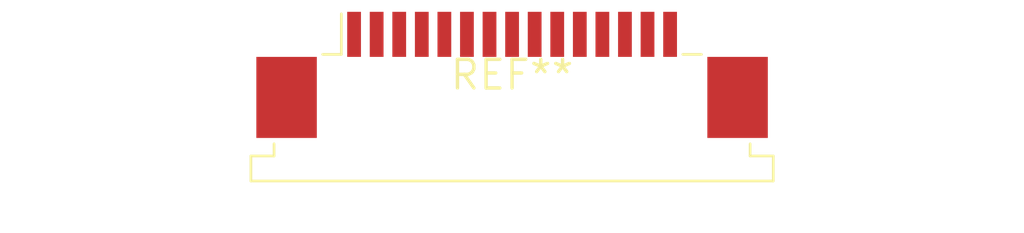
<source format=kicad_pcb>
(kicad_pcb (version 20240108) (generator pcbnew)
  (layers (0 "F.Cu" signal) (31 "B.Cu" signal) (34 "B.Paste" user) (35 "F.Paste" user) (36 "B.SilkS" user "B.Silkscreen") (37 "F.SilkS" user "F.Silkscreen") (38 "B.Mask" user) (39 "F.Mask" user) (44 "Edge.Cuts" user))
  (net 0 "")
  (footprint "TE_1-84952-5_1x15-1MP_P1.0mm_Horizontal" (layer "F.Cu") (at 0 0)
    (property "Reference" "REF**")
    (property "Value" "TE_1-84952-5_1x15-1MP_P1.0mm_Horizontal")
    (fp_line (start -11.57 3.6) (end -10.545 3.6) (layer "F.SilkS") (stroke (width 0.12)))
    (fp_line (start -11.57 4.71) (end -11.57 3.6) (layer "F.SilkS") (stroke (width 0.12)))
    (fp_line (start -10.545 3.6) (end -10.545 3.06) (layer "F.SilkS") (stroke (width 0.12)))
    (fp_line (start -8.39 -0.91) (end -7.565 -0.91) (layer "F.SilkS") (stroke (width 0.12)))
    (fp_line (start -7.565 -0.91) (end -7.565 -2.71) (layer "F.SilkS") (stroke (width 0.12)))
    (fp_line (start 7.565 -0.91) (end 8.39 -0.91) (layer "F.SilkS") (stroke (width 0.12)))
    (fp_line (start 10.545 3.06) (end 10.545 3.6) (layer "F.SilkS") (stroke (width 0.12)))
    (fp_line (start 10.545 3.6) (end 11.57 3.6) (layer "F.SilkS") (stroke (width 0.12)))
    (fp_line (start 11.57 3.6) (end 11.57 4.71) (layer "F.SilkS") (stroke (width 0.12)))
    (fp_line (start 11.57 4.71) (end -11.57 4.71) (layer "F.SilkS") (stroke (width 0.12)))
    (pad "1" smd rect (at -7 -1.8) (size 0.61 2) (layers "F.Cu" "F.Paste" "F.Mask"))
    (pad "2" smd rect (at -6 -1.8) (size 0.61 2) (layers "F.Cu" "F.Paste" "F.Mask"))
    (pad "3" smd rect (at -5 -1.8) (size 0.61 2) (layers "F.Cu" "F.Paste" "F.Mask"))
    (pad "4" smd rect (at -4 -1.8) (size 0.61 2) (layers "F.Cu" "F.Paste" "F.Mask"))
    (pad "5" smd rect (at -3 -1.8) (size 0.61 2) (layers "F.Cu" "F.Paste" "F.Mask"))
    (pad "6" smd rect (at -2 -1.8) (size 0.61 2) (layers "F.Cu" "F.Paste" "F.Mask"))
    (pad "7" smd rect (at -1 -1.8) (size 0.61 2) (layers "F.Cu" "F.Paste" "F.Mask"))
    (pad "8" smd rect (at 0 -1.8) (size 0.61 2) (layers "F.Cu" "F.Paste" "F.Mask"))
    (pad "9" smd rect (at 1 -1.8) (size 0.61 2) (layers "F.Cu" "F.Paste" "F.Mask"))
    (pad "10" smd rect (at 2 -1.8) (size 0.61 2) (layers "F.Cu" "F.Paste" "F.Mask"))
    (pad "11" smd rect (at 3 -1.8) (size 0.61 2) (layers "F.Cu" "F.Paste" "F.Mask"))
    (pad "12" smd rect (at 4 -1.8) (size 0.61 2) (layers "F.Cu" "F.Paste" "F.Mask"))
    (pad "13" smd rect (at 5 -1.8) (size 0.61 2) (layers "F.Cu" "F.Paste" "F.Mask"))
    (pad "14" smd rect (at 6 -1.8) (size 0.61 2) (layers "F.Cu" "F.Paste" "F.Mask"))
    (pad "15" smd rect (at 7 -1.8) (size 0.61 2) (layers "F.Cu" "F.Paste" "F.Mask"))
    (pad "MP" smd rect (at -9.99 1) (size 2.68 3.6) (layers "F.Cu" "F.Paste" "F.Mask"))
    (pad "MP" smd rect (at 9.99 1) (size 2.68 3.6) (layers "F.Cu" "F.Paste" "F.Mask"))
  )
)
</source>
